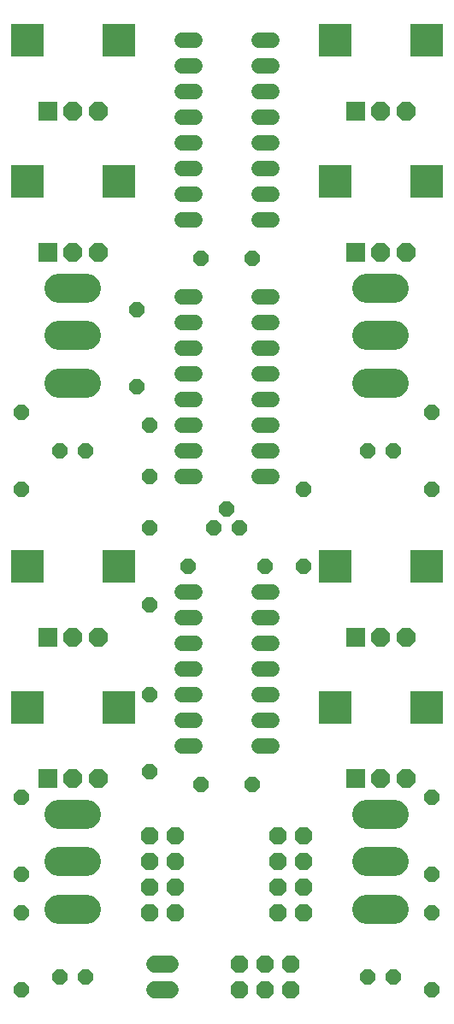
<source format=gbs>
G04 EAGLE Gerber RS-274X export*
G75*
%MOMM*%
%FSLAX34Y34*%
%LPD*%
%INSoldermask Bottom*%
%IPPOS*%
%AMOC8*
5,1,8,0,0,1.08239X$1,22.5*%
G01*
%ADD10R,1.879600X1.879600*%
%ADD11P,2.034460X8X292.500000*%
%ADD12R,3.319200X3.319200*%
%ADD13C,2.908300*%
%ADD14P,1.649562X8X202.500000*%
%ADD15P,1.649562X8X292.500000*%
%ADD16C,1.524000*%
%ADD17P,1.869504X8X22.500000*%
%ADD18P,1.649562X8X22.500000*%
%ADD19P,1.649562X8X112.500000*%
%ADD20P,1.869504X8X112.500000*%
%ADD21C,1.727200*%


D10*
X51200Y755500D03*
D11*
X76200Y755500D03*
X101200Y755500D03*
D12*
X121200Y825500D03*
X31200Y825500D03*
D10*
X51200Y895200D03*
D11*
X76200Y895200D03*
X101200Y895200D03*
D12*
X121200Y965200D03*
X31200Y965200D03*
D13*
X62675Y626110D02*
X89726Y626110D01*
X89726Y673100D02*
X62675Y673100D01*
X62675Y720090D02*
X89726Y720090D01*
D14*
X88900Y558800D03*
X63500Y558800D03*
D15*
X25400Y596900D03*
X25400Y520700D03*
D16*
X260096Y787400D02*
X273304Y787400D01*
X273304Y812800D02*
X260096Y812800D01*
X260096Y939800D02*
X273304Y939800D01*
X273304Y965200D02*
X260096Y965200D01*
X260096Y838200D02*
X273304Y838200D01*
X273304Y863600D02*
X260096Y863600D01*
X260096Y914400D02*
X273304Y914400D01*
X273304Y889000D02*
X260096Y889000D01*
X197104Y965200D02*
X183896Y965200D01*
X183896Y939800D02*
X197104Y939800D01*
X197104Y914400D02*
X183896Y914400D01*
X183896Y889000D02*
X197104Y889000D01*
X197104Y863600D02*
X183896Y863600D01*
X183896Y838200D02*
X197104Y838200D01*
X197104Y812800D02*
X183896Y812800D01*
X183896Y787400D02*
X197104Y787400D01*
X260096Y266700D02*
X273304Y266700D01*
X273304Y292100D02*
X260096Y292100D01*
X260096Y419100D02*
X273304Y419100D01*
X197104Y419100D02*
X183896Y419100D01*
X260096Y317500D02*
X273304Y317500D01*
X273304Y342900D02*
X260096Y342900D01*
X260096Y393700D02*
X273304Y393700D01*
X273304Y368300D02*
X260096Y368300D01*
X197104Y393700D02*
X183896Y393700D01*
X183896Y368300D02*
X197104Y368300D01*
X197104Y342900D02*
X183896Y342900D01*
X183896Y317500D02*
X197104Y317500D01*
X197104Y292100D02*
X183896Y292100D01*
X183896Y266700D02*
X197104Y266700D01*
D14*
X254000Y749300D03*
X203200Y749300D03*
D15*
X139700Y698500D03*
X139700Y622300D03*
D17*
X241300Y25400D03*
X241300Y50800D03*
X266700Y25400D03*
X266700Y50800D03*
X292100Y25400D03*
X292100Y50800D03*
D18*
X190500Y444500D03*
X266700Y444500D03*
D16*
X273304Y533400D02*
X260096Y533400D01*
X260096Y558800D02*
X273304Y558800D01*
X273304Y685800D02*
X260096Y685800D01*
X260096Y711200D02*
X273304Y711200D01*
X273304Y584200D02*
X260096Y584200D01*
X260096Y609600D02*
X273304Y609600D01*
X273304Y660400D02*
X260096Y660400D01*
X260096Y635000D02*
X273304Y635000D01*
X197104Y711200D02*
X183896Y711200D01*
X183896Y685800D02*
X197104Y685800D01*
X197104Y660400D02*
X183896Y660400D01*
X183896Y635000D02*
X197104Y635000D01*
X197104Y609600D02*
X183896Y609600D01*
X183896Y584200D02*
X197104Y584200D01*
X197104Y558800D02*
X183896Y558800D01*
X183896Y533400D02*
X197104Y533400D01*
D18*
X241300Y482600D03*
X228600Y501650D03*
X215900Y482600D03*
D15*
X304800Y520700D03*
X304800Y444500D03*
D19*
X25400Y139700D03*
X25400Y215900D03*
D14*
X254000Y228600D03*
X203200Y228600D03*
D19*
X152400Y533400D03*
X152400Y584200D03*
D10*
X356000Y755500D03*
D11*
X381000Y755500D03*
X406000Y755500D03*
D12*
X426000Y825500D03*
X336000Y825500D03*
D10*
X356000Y895200D03*
D11*
X381000Y895200D03*
X406000Y895200D03*
D12*
X426000Y965200D03*
X336000Y965200D03*
D13*
X367475Y626110D02*
X394526Y626110D01*
X394526Y673100D02*
X367475Y673100D01*
X367475Y720090D02*
X394526Y720090D01*
D18*
X368300Y558800D03*
X393700Y558800D03*
D15*
X431800Y596900D03*
X431800Y520700D03*
D19*
X152400Y406400D03*
X152400Y482600D03*
D10*
X51200Y234800D03*
D11*
X76200Y234800D03*
X101200Y234800D03*
D12*
X121200Y304800D03*
X31200Y304800D03*
D10*
X51200Y374500D03*
D11*
X76200Y374500D03*
X101200Y374500D03*
D12*
X121200Y444500D03*
X31200Y444500D03*
D13*
X62675Y105410D02*
X89726Y105410D01*
X89726Y152400D02*
X62675Y152400D01*
X62675Y199390D02*
X89726Y199390D01*
D14*
X88900Y38100D03*
X63500Y38100D03*
D15*
X25400Y101600D03*
X25400Y25400D03*
X152400Y317500D03*
X152400Y241300D03*
D10*
X356000Y234800D03*
D11*
X381000Y234800D03*
X406000Y234800D03*
D12*
X426000Y304800D03*
X336000Y304800D03*
D10*
X356000Y374500D03*
D11*
X381000Y374500D03*
X406000Y374500D03*
D12*
X426000Y444500D03*
X336000Y444500D03*
D13*
X367475Y105410D02*
X394526Y105410D01*
X394526Y152400D02*
X367475Y152400D01*
X367475Y199390D02*
X394526Y199390D01*
D18*
X368300Y38100D03*
X393700Y38100D03*
D15*
X431800Y101600D03*
X431800Y25400D03*
X431800Y215900D03*
X431800Y139700D03*
D20*
X177800Y101600D03*
X152400Y101600D03*
X177800Y127000D03*
X152400Y127000D03*
X177800Y152400D03*
X152400Y152400D03*
X177800Y177800D03*
X152400Y177800D03*
D21*
X157480Y25400D02*
X172720Y25400D01*
X172720Y50800D02*
X157480Y50800D01*
D20*
X304800Y101600D03*
X279400Y101600D03*
X304800Y127000D03*
X279400Y127000D03*
X304800Y152400D03*
X279400Y152400D03*
X304800Y177800D03*
X279400Y177800D03*
M02*

</source>
